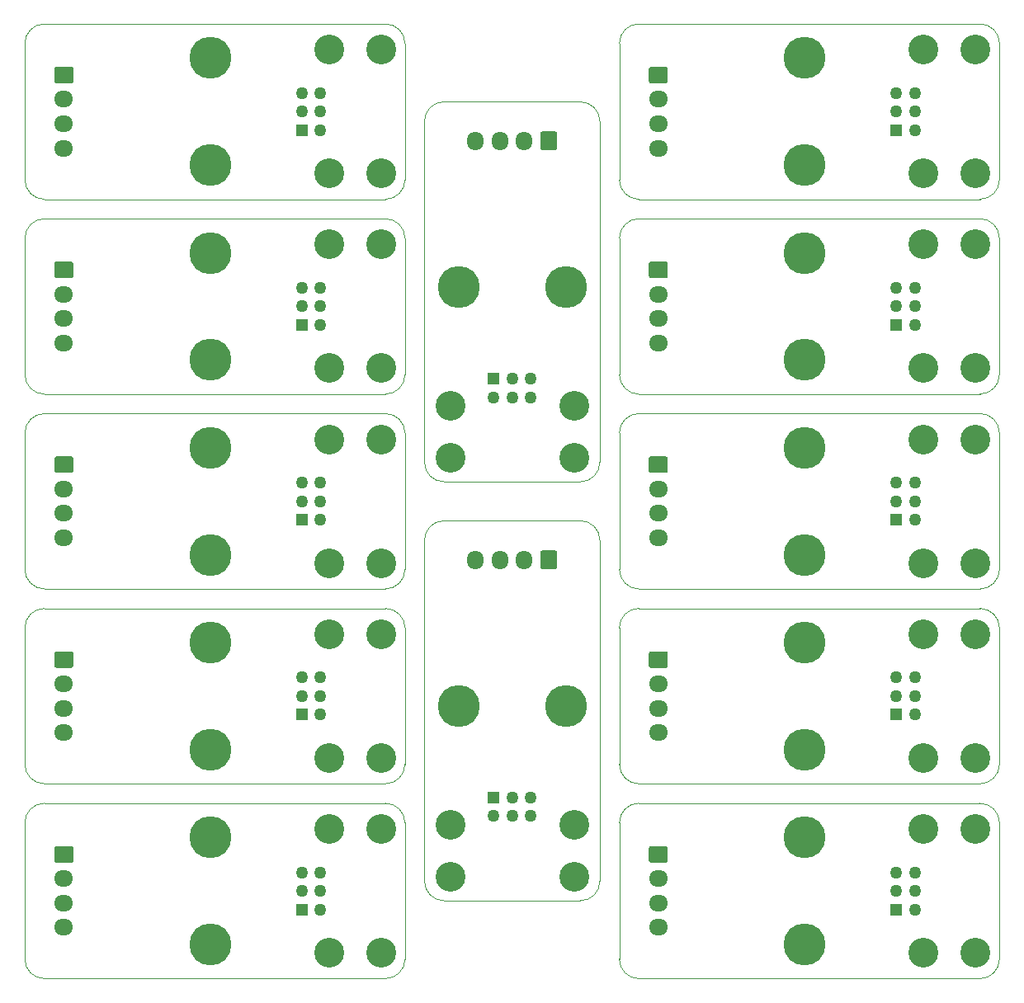
<source format=gbs>
%MOIN*%
%OFA0B0*%
%FSLAX46Y46*%
%IPPOS*%
%LPD*%
%ADD10C,0.0039370078740157488*%
%ADD11C,0.066929133858267723*%
%ADD12O,0.076771653543307089X0.066929133858267723*%
%ADD13C,0.16929133858267717*%
%ADD14R,0.05X0.05*%
%ADD15C,0.05*%
%ADD16C,0.12000000000000001*%
%ADD27C,0.0039370078740157488*%
%ADD28C,0.066929133858267723*%
%ADD29O,0.076771653543307089X0.066929133858267723*%
%ADD30C,0.16929133858267717*%
%ADD31R,0.05X0.05*%
%ADD32C,0.05*%
%ADD33C,0.12000000000000001*%
%ADD34C,0.0039370078740157488*%
%ADD35C,0.066929133858267723*%
%ADD36O,0.076771653543307089X0.066929133858267723*%
%ADD37C,0.16929133858267717*%
%ADD38R,0.05X0.05*%
%ADD39C,0.05*%
%ADD40C,0.12000000000000001*%
%ADD41C,0.0039370078740157488*%
%ADD42C,0.066929133858267723*%
%ADD43O,0.076771653543307089X0.066929133858267723*%
%ADD44C,0.16929133858267717*%
%ADD45R,0.05X0.05*%
%ADD46C,0.05*%
%ADD47C,0.12000000000000001*%
%ADD48C,0.0039370078740157488*%
%ADD49C,0.066929133858267723*%
%ADD50O,0.076771653543307089X0.066929133858267723*%
%ADD51C,0.16929133858267717*%
%ADD52R,0.05X0.05*%
%ADD53C,0.05*%
%ADD54C,0.12000000000000001*%
%ADD55C,0.0039370078740157488*%
%ADD56C,0.066929133858267723*%
%ADD57O,0.076771653543307089X0.066929133858267723*%
%ADD58C,0.16929133858267717*%
%ADD59R,0.05X0.05*%
%ADD60C,0.05*%
%ADD61C,0.12000000000000001*%
%ADD62C,0.0039370078740157488*%
%ADD63C,0.066929133858267723*%
%ADD64O,0.076771653543307089X0.066929133858267723*%
%ADD65C,0.16929133858267717*%
%ADD66R,0.05X0.05*%
%ADD67C,0.05*%
%ADD68C,0.12000000000000001*%
%ADD69C,0.0039370078740157488*%
%ADD70C,0.066929133858267723*%
%ADD71O,0.076771653543307089X0.066929133858267723*%
%ADD72C,0.16929133858267717*%
%ADD73R,0.05X0.05*%
%ADD74C,0.05*%
%ADD75C,0.12000000000000001*%
%ADD76C,0.0039370078740157488*%
%ADD77C,0.066929133858267723*%
%ADD78O,0.076771653543307089X0.066929133858267723*%
%ADD79C,0.16929133858267717*%
%ADD80R,0.05X0.05*%
%ADD81C,0.05*%
%ADD82C,0.12000000000000001*%
%ADD83C,0.0039370078740157488*%
%ADD84C,0.066929133858267723*%
%ADD85O,0.076771653543307089X0.066929133858267723*%
%ADD86C,0.16929133858267717*%
%ADD87R,0.05X0.05*%
%ADD88C,0.05*%
%ADD89C,0.12000000000000001*%
%ADD90C,0.0039370078740157488*%
%ADD91C,0.066929133858267723*%
%ADD92O,0.066929133858267723X0.076771653543307089*%
%ADD93C,0.16929133858267717*%
%ADD94R,0.05X0.05*%
%ADD95C,0.05*%
%ADD96C,0.12000000000000001*%
%ADD97C,0.0039370078740157488*%
%ADD98C,0.066929133858267723*%
%ADD99O,0.066929133858267723X0.076771653543307089*%
%ADD100C,0.16929133858267717*%
%ADD101R,0.05X0.05*%
%ADD102C,0.05*%
%ADD103C,0.12000000000000001*%
G01*
D10*
X0001456692Y0000708661D02*
G75*
G02X0001535433Y0000629921J-0000078740D01*
G01*
X0001535433Y0000078740D02*
G75*
G02X0001456692Y0000000000I-0000078740D01*
G01*
X0000078740Y0000000000D02*
G75*
G02X0000000000Y0000078740J0000078740D01*
G01*
X0000000000Y0000629921D02*
G75*
G02X0000078740Y0000708661I0000078740D01*
G01*
X0001535433Y0000078740D02*
X0001535433Y0000629921D01*
X0000078740Y0000000000D02*
X0001456692Y0000000000D01*
X0000000000Y0000629921D02*
X0000000000Y0000078740D01*
X0001456692Y0000708661D02*
X0000078740Y0000708661D01*
G36*
X0000186988Y0000535385D02*
X0000187943Y0000535243D01*
X0000188880Y0000535009D01*
X0000189790Y0000534683D01*
X0000190663Y0000534270D01*
X0000191491Y0000533774D01*
X0000192267Y0000533198D01*
X0000192983Y0000532550D01*
X0000193632Y0000531834D01*
X0000194207Y0000531058D01*
X0000194703Y0000530230D01*
X0000195116Y0000529357D01*
X0000195442Y0000528447D01*
X0000195677Y0000527510D01*
X0000195818Y0000526555D01*
X0000195866Y0000525590D01*
X0000195866Y0000478346D01*
X0000195818Y0000477381D01*
X0000195677Y0000476426D01*
X0000195442Y0000475489D01*
X0000195116Y0000474579D01*
X0000194703Y0000473706D01*
X0000194207Y0000472878D01*
X0000193632Y0000472102D01*
X0000192983Y0000471386D01*
X0000192267Y0000470738D01*
X0000191491Y0000470162D01*
X0000190663Y0000469666D01*
X0000189790Y0000469253D01*
X0000188880Y0000468927D01*
X0000187943Y0000468693D01*
X0000186988Y0000468551D01*
X0000186023Y0000468503D01*
X0000128937Y0000468503D01*
X0000127972Y0000468551D01*
X0000127016Y0000468693D01*
X0000126079Y0000468927D01*
X0000125170Y0000469253D01*
X0000124297Y0000469666D01*
X0000123468Y0000470162D01*
X0000122692Y0000470738D01*
X0000121977Y0000471386D01*
X0000121328Y0000472102D01*
X0000120753Y0000472878D01*
X0000120256Y0000473706D01*
X0000119843Y0000474579D01*
X0000119518Y0000475489D01*
X0000119283Y0000476426D01*
X0000119141Y0000477381D01*
X0000119094Y0000478346D01*
X0000119094Y0000525590D01*
X0000119141Y0000526555D01*
X0000119283Y0000527510D01*
X0000119518Y0000528447D01*
X0000119843Y0000529357D01*
X0000120256Y0000530230D01*
X0000120753Y0000531058D01*
X0000121328Y0000531834D01*
X0000121977Y0000532550D01*
X0000122692Y0000533198D01*
X0000123468Y0000533774D01*
X0000124297Y0000534270D01*
X0000125170Y0000534683D01*
X0000126079Y0000535009D01*
X0000127016Y0000535243D01*
X0000127972Y0000535385D01*
X0000128937Y0000535433D01*
X0000186023Y0000535433D01*
X0000186988Y0000535385D01*
X0000186988Y0000535385D01*
G37*
D11*
X0000157480Y0000501968D03*
D12*
X0000157480Y0000403543D03*
X0000157480Y0000305118D03*
X0000157480Y0000206692D03*
D13*
X0000748031Y0000137795D03*
X0000748031Y0000570866D03*
D14*
X0001118582Y0000279330D03*
D15*
X0001193582Y0000279330D03*
X0001118582Y0000354330D03*
X0001193582Y0000354330D03*
X0001118582Y0000429330D03*
X0001193582Y0000429330D03*
D16*
X0001228582Y0000104330D03*
X0001438582Y0000604330D03*
X0001438582Y0000104330D03*
X0001228582Y0000604330D03*
G04 next file*
G04 #@! TF.GenerationSoftware,KiCad,Pcbnew,(6.0.0-rc1-dev-1-g01c5bdfb8)*
G04 #@! TF.CreationDate,2019-01-03T14:47:18+01:00*
G04 #@! TF.ProjectId,nunchuk_breakout,6E756E6368756B5F627265616B6F7574,rev?*
G04 #@! TF.SameCoordinates,Original*
G04 #@! TF.FileFunction,Soldermask,Bot*
G04 #@! TF.FilePolarity,Negative*
G04 Gerber Fmt 4.6, Leading zero omitted, Abs format (unit mm)*
G04 Created by KiCad (PCBNEW (6.0.0-rc1-dev-1-g01c5bdfb8)) date Thu Jan  3 14:47:18 2019*
G01*
G04 APERTURE LIST*
G04 APERTURE END LIST*
D27*
X0003858267Y0001496062D02*
G75*
G02X0003937007Y0001417322J-0000078740D01*
G01*
X0003937007Y0000866141D02*
G75*
G02X0003858267Y0000787401I-0000078740D01*
G01*
X0002480314Y0000787401D02*
G75*
G02X0002401574Y0000866141J0000078740D01*
G01*
X0002401574Y0001417322D02*
G75*
G02X0002480314Y0001496062I0000078740D01*
G01*
X0003937007Y0000866141D02*
X0003937007Y0001417322D01*
X0002480314Y0000787401D02*
X0003858267Y0000787401D01*
X0002401574Y0001417322D02*
X0002401574Y0000866141D01*
X0003858267Y0001496062D02*
X0002480314Y0001496062D01*
G04 #@! TO.C,J1*
G36*
X0002588563Y0001322787D02*
X0002589518Y0001322645D01*
X0002590455Y0001322410D01*
X0002591365Y0001322085D01*
X0002592238Y0001321672D01*
X0002593066Y0001321175D01*
X0002593842Y0001320600D01*
X0002594558Y0001319951D01*
X0002595206Y0001319236D01*
X0002595782Y0001318460D01*
X0002596278Y0001317631D01*
X0002596691Y0001316758D01*
X0002597017Y0001315849D01*
X0002597251Y0001314912D01*
X0002597393Y0001313956D01*
X0002597440Y0001312992D01*
X0002597440Y0001265748D01*
X0002597393Y0001264783D01*
X0002597251Y0001263827D01*
X0002597017Y0001262890D01*
X0002596691Y0001261981D01*
X0002596278Y0001261108D01*
X0002595782Y0001260279D01*
X0002595206Y0001259503D01*
X0002594558Y0001258788D01*
X0002593842Y0001258139D01*
X0002593066Y0001257564D01*
X0002592238Y0001257067D01*
X0002591365Y0001256654D01*
X0002590455Y0001256329D01*
X0002589518Y0001256094D01*
X0002588563Y0001255952D01*
X0002587598Y0001255905D01*
X0002530511Y0001255905D01*
X0002529547Y0001255952D01*
X0002528591Y0001256094D01*
X0002527654Y0001256329D01*
X0002526745Y0001256654D01*
X0002525872Y0001257067D01*
X0002525043Y0001257564D01*
X0002524267Y0001258139D01*
X0002523552Y0001258788D01*
X0002522903Y0001259503D01*
X0002522328Y0001260279D01*
X0002521831Y0001261108D01*
X0002521418Y0001261981D01*
X0002521093Y0001262890D01*
X0002520858Y0001263827D01*
X0002520716Y0001264783D01*
X0002520669Y0001265748D01*
X0002520669Y0001312992D01*
X0002520716Y0001313956D01*
X0002520858Y0001314912D01*
X0002521093Y0001315849D01*
X0002521418Y0001316758D01*
X0002521831Y0001317631D01*
X0002522328Y0001318460D01*
X0002522903Y0001319236D01*
X0002523552Y0001319951D01*
X0002524267Y0001320600D01*
X0002525043Y0001321175D01*
X0002525872Y0001321672D01*
X0002526745Y0001322085D01*
X0002527654Y0001322410D01*
X0002528591Y0001322645D01*
X0002529547Y0001322787D01*
X0002530511Y0001322834D01*
X0002587598Y0001322834D01*
X0002588563Y0001322787D01*
X0002588563Y0001322787D01*
G37*
D28*
X0002559055Y0001289370D03*
D29*
X0002559055Y0001190944D03*
X0002559055Y0001092519D03*
X0002559055Y0000994094D03*
G04 #@! TD*
D30*
G04 #@! TO.C,H2*
X0003149606Y0000925196D03*
G04 #@! TD*
G04 #@! TO.C,H1*
X0003149606Y0001358267D03*
G04 #@! TD*
D31*
G04 #@! TO.C,P1*
X0003520157Y0001066732D03*
D32*
X0003595157Y0001066732D03*
X0003520157Y0001141732D03*
X0003595157Y0001141732D03*
X0003520157Y0001216732D03*
X0003595157Y0001216732D03*
D33*
X0003630157Y0000891732D03*
X0003840157Y0001391732D03*
X0003840157Y0000891732D03*
X0003630157Y0001391732D03*
G04 #@! TD*
G04 next file*
G04 #@! TF.GenerationSoftware,KiCad,Pcbnew,(6.0.0-rc1-dev-1-g01c5bdfb8)*
G04 #@! TF.CreationDate,2019-01-03T14:47:18+01:00*
G04 #@! TF.ProjectId,nunchuk_breakout,6E756E6368756B5F627265616B6F7574,rev?*
G04 #@! TF.SameCoordinates,Original*
G04 #@! TF.FileFunction,Soldermask,Bot*
G04 #@! TF.FilePolarity,Negative*
G04 Gerber Fmt 4.6, Leading zero omitted, Abs format (unit mm)*
G04 Created by KiCad (PCBNEW (6.0.0-rc1-dev-1-g01c5bdfb8)) date Thu Jan  3 14:47:18 2019*
G01*
G04 APERTURE LIST*
G04 APERTURE END LIST*
D34*
X0003858267Y0002283464D02*
G75*
G02X0003937007Y0002204724J-0000078740D01*
G01*
X0003937007Y0001653543D02*
G75*
G02X0003858267Y0001574803I-0000078740D01*
G01*
X0002480314Y0001574803D02*
G75*
G02X0002401574Y0001653543J0000078740D01*
G01*
X0002401574Y0002204724D02*
G75*
G02X0002480314Y0002283464I0000078740D01*
G01*
X0003937007Y0001653543D02*
X0003937007Y0002204724D01*
X0002480314Y0001574803D02*
X0003858267Y0001574803D01*
X0002401574Y0002204724D02*
X0002401574Y0001653543D01*
X0003858267Y0002283464D02*
X0002480314Y0002283464D01*
G04 #@! TO.C,J1*
G36*
X0002588563Y0002110188D02*
X0002589518Y0002110047D01*
X0002590455Y0002109812D01*
X0002591365Y0002109486D01*
X0002592238Y0002109074D01*
X0002593066Y0002108577D01*
X0002593842Y0002108002D01*
X0002594558Y0002107353D01*
X0002595206Y0002106637D01*
X0002595782Y0002105861D01*
X0002596278Y0002105033D01*
X0002596691Y0002104160D01*
X0002597017Y0002103250D01*
X0002597251Y0002102313D01*
X0002597393Y0002101358D01*
X0002597440Y0002100393D01*
X0002597440Y0002053149D01*
X0002597393Y0002052184D01*
X0002597251Y0002051229D01*
X0002597017Y0002050292D01*
X0002596691Y0002049382D01*
X0002596278Y0002048509D01*
X0002595782Y0002047681D01*
X0002595206Y0002046905D01*
X0002594558Y0002046189D01*
X0002593842Y0002045541D01*
X0002593066Y0002044965D01*
X0002592238Y0002044469D01*
X0002591365Y0002044056D01*
X0002590455Y0002043730D01*
X0002589518Y0002043496D01*
X0002588563Y0002043354D01*
X0002587598Y0002043307D01*
X0002530511Y0002043307D01*
X0002529547Y0002043354D01*
X0002528591Y0002043496D01*
X0002527654Y0002043730D01*
X0002526745Y0002044056D01*
X0002525872Y0002044469D01*
X0002525043Y0002044965D01*
X0002524267Y0002045541D01*
X0002523552Y0002046189D01*
X0002522903Y0002046905D01*
X0002522328Y0002047681D01*
X0002521831Y0002048509D01*
X0002521418Y0002049382D01*
X0002521093Y0002050292D01*
X0002520858Y0002051229D01*
X0002520716Y0002052184D01*
X0002520669Y0002053149D01*
X0002520669Y0002100393D01*
X0002520716Y0002101358D01*
X0002520858Y0002102313D01*
X0002521093Y0002103250D01*
X0002521418Y0002104160D01*
X0002521831Y0002105033D01*
X0002522328Y0002105861D01*
X0002522903Y0002106637D01*
X0002523552Y0002107353D01*
X0002524267Y0002108002D01*
X0002525043Y0002108577D01*
X0002525872Y0002109074D01*
X0002526745Y0002109486D01*
X0002527654Y0002109812D01*
X0002528591Y0002110047D01*
X0002529547Y0002110188D01*
X0002530511Y0002110236D01*
X0002587598Y0002110236D01*
X0002588563Y0002110188D01*
X0002588563Y0002110188D01*
G37*
D35*
X0002559055Y0002076771D03*
D36*
X0002559055Y0001978346D03*
X0002559055Y0001879921D03*
X0002559055Y0001781496D03*
G04 #@! TD*
D37*
G04 #@! TO.C,H2*
X0003149606Y0001712598D03*
G04 #@! TD*
G04 #@! TO.C,H1*
X0003149606Y0002145669D03*
G04 #@! TD*
D38*
G04 #@! TO.C,P1*
X0003520157Y0001854133D03*
D39*
X0003595157Y0001854133D03*
X0003520157Y0001929133D03*
X0003595157Y0001929133D03*
X0003520157Y0002004133D03*
X0003595157Y0002004133D03*
D40*
X0003630157Y0001679133D03*
X0003840157Y0002179133D03*
X0003840157Y0001679133D03*
X0003630157Y0002179133D03*
G04 #@! TD*
G04 next file*
G04 #@! TF.GenerationSoftware,KiCad,Pcbnew,(6.0.0-rc1-dev-1-g01c5bdfb8)*
G04 #@! TF.CreationDate,2019-01-03T14:47:18+01:00*
G04 #@! TF.ProjectId,nunchuk_breakout,6E756E6368756B5F627265616B6F7574,rev?*
G04 #@! TF.SameCoordinates,Original*
G04 #@! TF.FileFunction,Soldermask,Bot*
G04 #@! TF.FilePolarity,Negative*
G04 Gerber Fmt 4.6, Leading zero omitted, Abs format (unit mm)*
G04 Created by KiCad (PCBNEW (6.0.0-rc1-dev-1-g01c5bdfb8)) date Thu Jan  3 14:47:18 2019*
G01*
G04 APERTURE LIST*
G04 APERTURE END LIST*
D41*
X0001456692Y0001496062D02*
G75*
G02X0001535433Y0001417322J-0000078740D01*
G01*
X0001535433Y0000866141D02*
G75*
G02X0001456692Y0000787401I-0000078740D01*
G01*
X0000078740Y0000787401D02*
G75*
G02X0000000000Y0000866141J0000078740D01*
G01*
X0000000000Y0001417322D02*
G75*
G02X0000078740Y0001496062I0000078740D01*
G01*
X0001535433Y0000866141D02*
X0001535433Y0001417322D01*
X0000078740Y0000787401D02*
X0001456692Y0000787401D01*
X0000000000Y0001417322D02*
X0000000000Y0000866141D01*
X0001456692Y0001496062D02*
X0000078740Y0001496062D01*
G04 #@! TO.C,J1*
G36*
X0000186988Y0001322787D02*
X0000187943Y0001322645D01*
X0000188880Y0001322410D01*
X0000189790Y0001322085D01*
X0000190663Y0001321672D01*
X0000191491Y0001321175D01*
X0000192267Y0001320600D01*
X0000192983Y0001319951D01*
X0000193632Y0001319236D01*
X0000194207Y0001318460D01*
X0000194703Y0001317631D01*
X0000195116Y0001316758D01*
X0000195442Y0001315849D01*
X0000195677Y0001314912D01*
X0000195818Y0001313956D01*
X0000195866Y0001312992D01*
X0000195866Y0001265748D01*
X0000195818Y0001264783D01*
X0000195677Y0001263827D01*
X0000195442Y0001262890D01*
X0000195116Y0001261981D01*
X0000194703Y0001261108D01*
X0000194207Y0001260279D01*
X0000193632Y0001259503D01*
X0000192983Y0001258788D01*
X0000192267Y0001258139D01*
X0000191491Y0001257564D01*
X0000190663Y0001257067D01*
X0000189790Y0001256654D01*
X0000188880Y0001256329D01*
X0000187943Y0001256094D01*
X0000186988Y0001255952D01*
X0000186023Y0001255905D01*
X0000128937Y0001255905D01*
X0000127972Y0001255952D01*
X0000127016Y0001256094D01*
X0000126079Y0001256329D01*
X0000125170Y0001256654D01*
X0000124297Y0001257067D01*
X0000123468Y0001257564D01*
X0000122692Y0001258139D01*
X0000121977Y0001258788D01*
X0000121328Y0001259503D01*
X0000120753Y0001260279D01*
X0000120256Y0001261108D01*
X0000119843Y0001261981D01*
X0000119518Y0001262890D01*
X0000119283Y0001263827D01*
X0000119141Y0001264783D01*
X0000119094Y0001265748D01*
X0000119094Y0001312992D01*
X0000119141Y0001313956D01*
X0000119283Y0001314912D01*
X0000119518Y0001315849D01*
X0000119843Y0001316758D01*
X0000120256Y0001317631D01*
X0000120753Y0001318460D01*
X0000121328Y0001319236D01*
X0000121977Y0001319951D01*
X0000122692Y0001320600D01*
X0000123468Y0001321175D01*
X0000124297Y0001321672D01*
X0000125170Y0001322085D01*
X0000126079Y0001322410D01*
X0000127016Y0001322645D01*
X0000127972Y0001322787D01*
X0000128937Y0001322834D01*
X0000186023Y0001322834D01*
X0000186988Y0001322787D01*
X0000186988Y0001322787D01*
G37*
D42*
X0000157480Y0001289370D03*
D43*
X0000157480Y0001190944D03*
X0000157480Y0001092519D03*
X0000157480Y0000994094D03*
G04 #@! TD*
D44*
G04 #@! TO.C,H2*
X0000748031Y0000925196D03*
G04 #@! TD*
G04 #@! TO.C,H1*
X0000748031Y0001358267D03*
G04 #@! TD*
D45*
G04 #@! TO.C,P1*
X0001118582Y0001066732D03*
D46*
X0001193582Y0001066732D03*
X0001118582Y0001141732D03*
X0001193582Y0001141732D03*
X0001118582Y0001216732D03*
X0001193582Y0001216732D03*
D47*
X0001228582Y0000891732D03*
X0001438582Y0001391732D03*
X0001438582Y0000891732D03*
X0001228582Y0001391732D03*
G04 #@! TD*
G04 next file*
G04 #@! TF.GenerationSoftware,KiCad,Pcbnew,(6.0.0-rc1-dev-1-g01c5bdfb8)*
G04 #@! TF.CreationDate,2019-01-03T14:47:18+01:00*
G04 #@! TF.ProjectId,nunchuk_breakout,6E756E6368756B5F627265616B6F7574,rev?*
G04 #@! TF.SameCoordinates,Original*
G04 #@! TF.FileFunction,Soldermask,Bot*
G04 #@! TF.FilePolarity,Negative*
G04 Gerber Fmt 4.6, Leading zero omitted, Abs format (unit mm)*
G04 Created by KiCad (PCBNEW (6.0.0-rc1-dev-1-g01c5bdfb8)) date Thu Jan  3 14:47:18 2019*
G01*
G04 APERTURE LIST*
G04 APERTURE END LIST*
D48*
X0001456692Y0002283464D02*
G75*
G02X0001535433Y0002204724J-0000078740D01*
G01*
X0001535433Y0001653543D02*
G75*
G02X0001456692Y0001574803I-0000078740D01*
G01*
X0000078740Y0001574803D02*
G75*
G02X0000000000Y0001653543J0000078740D01*
G01*
X0000000000Y0002204724D02*
G75*
G02X0000078740Y0002283464I0000078740D01*
G01*
X0001535433Y0001653543D02*
X0001535433Y0002204724D01*
X0000078740Y0001574803D02*
X0001456692Y0001574803D01*
X0000000000Y0002204724D02*
X0000000000Y0001653543D01*
X0001456692Y0002283464D02*
X0000078740Y0002283464D01*
G04 #@! TO.C,J1*
G36*
X0000186988Y0002110188D02*
X0000187943Y0002110047D01*
X0000188880Y0002109812D01*
X0000189790Y0002109486D01*
X0000190663Y0002109074D01*
X0000191491Y0002108577D01*
X0000192267Y0002108002D01*
X0000192983Y0002107353D01*
X0000193632Y0002106637D01*
X0000194207Y0002105861D01*
X0000194703Y0002105033D01*
X0000195116Y0002104160D01*
X0000195442Y0002103250D01*
X0000195677Y0002102313D01*
X0000195818Y0002101358D01*
X0000195866Y0002100393D01*
X0000195866Y0002053149D01*
X0000195818Y0002052184D01*
X0000195677Y0002051229D01*
X0000195442Y0002050292D01*
X0000195116Y0002049382D01*
X0000194703Y0002048509D01*
X0000194207Y0002047681D01*
X0000193632Y0002046905D01*
X0000192983Y0002046189D01*
X0000192267Y0002045541D01*
X0000191491Y0002044965D01*
X0000190663Y0002044469D01*
X0000189790Y0002044056D01*
X0000188880Y0002043730D01*
X0000187943Y0002043496D01*
X0000186988Y0002043354D01*
X0000186023Y0002043307D01*
X0000128937Y0002043307D01*
X0000127972Y0002043354D01*
X0000127016Y0002043496D01*
X0000126079Y0002043730D01*
X0000125170Y0002044056D01*
X0000124297Y0002044469D01*
X0000123468Y0002044965D01*
X0000122692Y0002045541D01*
X0000121977Y0002046189D01*
X0000121328Y0002046905D01*
X0000120753Y0002047681D01*
X0000120256Y0002048509D01*
X0000119843Y0002049382D01*
X0000119518Y0002050292D01*
X0000119283Y0002051229D01*
X0000119141Y0002052184D01*
X0000119094Y0002053149D01*
X0000119094Y0002100393D01*
X0000119141Y0002101358D01*
X0000119283Y0002102313D01*
X0000119518Y0002103250D01*
X0000119843Y0002104160D01*
X0000120256Y0002105033D01*
X0000120753Y0002105861D01*
X0000121328Y0002106637D01*
X0000121977Y0002107353D01*
X0000122692Y0002108002D01*
X0000123468Y0002108577D01*
X0000124297Y0002109074D01*
X0000125170Y0002109486D01*
X0000126079Y0002109812D01*
X0000127016Y0002110047D01*
X0000127972Y0002110188D01*
X0000128937Y0002110236D01*
X0000186023Y0002110236D01*
X0000186988Y0002110188D01*
X0000186988Y0002110188D01*
G37*
D49*
X0000157480Y0002076771D03*
D50*
X0000157480Y0001978346D03*
X0000157480Y0001879921D03*
X0000157480Y0001781496D03*
G04 #@! TD*
D51*
G04 #@! TO.C,H2*
X0000748031Y0001712598D03*
G04 #@! TD*
G04 #@! TO.C,H1*
X0000748031Y0002145669D03*
G04 #@! TD*
D52*
G04 #@! TO.C,P1*
X0001118582Y0001854133D03*
D53*
X0001193582Y0001854133D03*
X0001118582Y0001929133D03*
X0001193582Y0001929133D03*
X0001118582Y0002004133D03*
X0001193582Y0002004133D03*
D54*
X0001228582Y0001679133D03*
X0001438582Y0002179133D03*
X0001438582Y0001679133D03*
X0001228582Y0002179133D03*
G04 #@! TD*
G04 next file*
G04 #@! TF.GenerationSoftware,KiCad,Pcbnew,(6.0.0-rc1-dev-1-g01c5bdfb8)*
G04 #@! TF.CreationDate,2019-01-03T14:47:18+01:00*
G04 #@! TF.ProjectId,nunchuk_breakout,6E756E6368756B5F627265616B6F7574,rev?*
G04 #@! TF.SameCoordinates,Original*
G04 #@! TF.FileFunction,Soldermask,Bot*
G04 #@! TF.FilePolarity,Negative*
G04 Gerber Fmt 4.6, Leading zero omitted, Abs format (unit mm)*
G04 Created by KiCad (PCBNEW (6.0.0-rc1-dev-1-g01c5bdfb8)) date Thu Jan  3 14:47:18 2019*
G01*
G04 APERTURE LIST*
G04 APERTURE END LIST*
D55*
X0003858267Y0000708661D02*
G75*
G02X0003937007Y0000629921J-0000078740D01*
G01*
X0003937007Y0000078740D02*
G75*
G02X0003858267Y0000000000I-0000078740D01*
G01*
X0002480314Y0000000000D02*
G75*
G02X0002401574Y0000078740J0000078740D01*
G01*
X0002401574Y0000629921D02*
G75*
G02X0002480314Y0000708661I0000078740D01*
G01*
X0003937007Y0000078740D02*
X0003937007Y0000629921D01*
X0002480314Y0000000000D02*
X0003858267Y0000000000D01*
X0002401574Y0000629921D02*
X0002401574Y0000078740D01*
X0003858267Y0000708661D02*
X0002480314Y0000708661D01*
G04 #@! TO.C,J1*
G36*
X0002588563Y0000535385D02*
X0002589518Y0000535243D01*
X0002590455Y0000535009D01*
X0002591365Y0000534683D01*
X0002592238Y0000534270D01*
X0002593066Y0000533774D01*
X0002593842Y0000533198D01*
X0002594558Y0000532550D01*
X0002595206Y0000531834D01*
X0002595782Y0000531058D01*
X0002596278Y0000530230D01*
X0002596691Y0000529357D01*
X0002597017Y0000528447D01*
X0002597251Y0000527510D01*
X0002597393Y0000526555D01*
X0002597440Y0000525590D01*
X0002597440Y0000478346D01*
X0002597393Y0000477381D01*
X0002597251Y0000476426D01*
X0002597017Y0000475489D01*
X0002596691Y0000474579D01*
X0002596278Y0000473706D01*
X0002595782Y0000472878D01*
X0002595206Y0000472102D01*
X0002594558Y0000471386D01*
X0002593842Y0000470738D01*
X0002593066Y0000470162D01*
X0002592238Y0000469666D01*
X0002591365Y0000469253D01*
X0002590455Y0000468927D01*
X0002589518Y0000468693D01*
X0002588563Y0000468551D01*
X0002587598Y0000468503D01*
X0002530511Y0000468503D01*
X0002529547Y0000468551D01*
X0002528591Y0000468693D01*
X0002527654Y0000468927D01*
X0002526745Y0000469253D01*
X0002525872Y0000469666D01*
X0002525043Y0000470162D01*
X0002524267Y0000470738D01*
X0002523552Y0000471386D01*
X0002522903Y0000472102D01*
X0002522328Y0000472878D01*
X0002521831Y0000473706D01*
X0002521418Y0000474579D01*
X0002521093Y0000475489D01*
X0002520858Y0000476426D01*
X0002520716Y0000477381D01*
X0002520669Y0000478346D01*
X0002520669Y0000525590D01*
X0002520716Y0000526555D01*
X0002520858Y0000527510D01*
X0002521093Y0000528447D01*
X0002521418Y0000529357D01*
X0002521831Y0000530230D01*
X0002522328Y0000531058D01*
X0002522903Y0000531834D01*
X0002523552Y0000532550D01*
X0002524267Y0000533198D01*
X0002525043Y0000533774D01*
X0002525872Y0000534270D01*
X0002526745Y0000534683D01*
X0002527654Y0000535009D01*
X0002528591Y0000535243D01*
X0002529547Y0000535385D01*
X0002530511Y0000535433D01*
X0002587598Y0000535433D01*
X0002588563Y0000535385D01*
X0002588563Y0000535385D01*
G37*
D56*
X0002559055Y0000501968D03*
D57*
X0002559055Y0000403543D03*
X0002559055Y0000305118D03*
X0002559055Y0000206692D03*
G04 #@! TD*
D58*
G04 #@! TO.C,H2*
X0003149606Y0000137795D03*
G04 #@! TD*
G04 #@! TO.C,H1*
X0003149606Y0000570866D03*
G04 #@! TD*
D59*
G04 #@! TO.C,P1*
X0003520157Y0000279330D03*
D60*
X0003595157Y0000279330D03*
X0003520157Y0000354330D03*
X0003595157Y0000354330D03*
X0003520157Y0000429330D03*
X0003595157Y0000429330D03*
D61*
X0003630157Y0000104330D03*
X0003840157Y0000604330D03*
X0003840157Y0000104330D03*
X0003630157Y0000604330D03*
G04 #@! TD*
G04 next file*
G04 #@! TF.GenerationSoftware,KiCad,Pcbnew,(6.0.0-rc1-dev-1-g01c5bdfb8)*
G04 #@! TF.CreationDate,2019-01-03T14:47:18+01:00*
G04 #@! TF.ProjectId,nunchuk_breakout,6E756E6368756B5F627265616B6F7574,rev?*
G04 #@! TF.SameCoordinates,Original*
G04 #@! TF.FileFunction,Soldermask,Bot*
G04 #@! TF.FilePolarity,Negative*
G04 Gerber Fmt 4.6, Leading zero omitted, Abs format (unit mm)*
G04 Created by KiCad (PCBNEW (6.0.0-rc1-dev-1-g01c5bdfb8)) date Thu Jan  3 14:47:18 2019*
G01*
G04 APERTURE LIST*
G04 APERTURE END LIST*
D62*
X0001456692Y0003070866D02*
G75*
G02X0001535433Y0002992125J-0000078740D01*
G01*
X0001535433Y0002440944D02*
G75*
G02X0001456692Y0002362204I-0000078740D01*
G01*
X0000078740Y0002362204D02*
G75*
G02X0000000000Y0002440944J0000078740D01*
G01*
X0000000000Y0002992125D02*
G75*
G02X0000078740Y0003070866I0000078740D01*
G01*
X0001535433Y0002440944D02*
X0001535433Y0002992125D01*
X0000078740Y0002362204D02*
X0001456692Y0002362204D01*
X0000000000Y0002992125D02*
X0000000000Y0002440944D01*
X0001456692Y0003070866D02*
X0000078740Y0003070866D01*
G04 #@! TO.C,J1*
G36*
X0000186988Y0002897590D02*
X0000187943Y0002897448D01*
X0000188880Y0002897213D01*
X0000189790Y0002896888D01*
X0000190663Y0002896475D01*
X0000191491Y0002895979D01*
X0000192267Y0002895403D01*
X0000192983Y0002894755D01*
X0000193632Y0002894039D01*
X0000194207Y0002893263D01*
X0000194703Y0002892435D01*
X0000195116Y0002891561D01*
X0000195442Y0002890652D01*
X0000195677Y0002889715D01*
X0000195818Y0002888760D01*
X0000195866Y0002887795D01*
X0000195866Y0002840551D01*
X0000195818Y0002839586D01*
X0000195677Y0002838630D01*
X0000195442Y0002837694D01*
X0000195116Y0002836784D01*
X0000194703Y0002835911D01*
X0000194207Y0002835082D01*
X0000193632Y0002834307D01*
X0000192983Y0002833591D01*
X0000192267Y0002832942D01*
X0000191491Y0002832367D01*
X0000190663Y0002831870D01*
X0000189790Y0002831457D01*
X0000188880Y0002831132D01*
X0000187943Y0002830897D01*
X0000186988Y0002830756D01*
X0000186023Y0002830708D01*
X0000128937Y0002830708D01*
X0000127972Y0002830756D01*
X0000127016Y0002830897D01*
X0000126079Y0002831132D01*
X0000125170Y0002831457D01*
X0000124297Y0002831870D01*
X0000123468Y0002832367D01*
X0000122692Y0002832942D01*
X0000121977Y0002833591D01*
X0000121328Y0002834307D01*
X0000120753Y0002835082D01*
X0000120256Y0002835911D01*
X0000119843Y0002836784D01*
X0000119518Y0002837694D01*
X0000119283Y0002838630D01*
X0000119141Y0002839586D01*
X0000119094Y0002840551D01*
X0000119094Y0002887795D01*
X0000119141Y0002888760D01*
X0000119283Y0002889715D01*
X0000119518Y0002890652D01*
X0000119843Y0002891561D01*
X0000120256Y0002892435D01*
X0000120753Y0002893263D01*
X0000121328Y0002894039D01*
X0000121977Y0002894755D01*
X0000122692Y0002895403D01*
X0000123468Y0002895979D01*
X0000124297Y0002896475D01*
X0000125170Y0002896888D01*
X0000126079Y0002897213D01*
X0000127016Y0002897448D01*
X0000127972Y0002897590D01*
X0000128937Y0002897637D01*
X0000186023Y0002897637D01*
X0000186988Y0002897590D01*
X0000186988Y0002897590D01*
G37*
D63*
X0000157480Y0002864173D03*
D64*
X0000157480Y0002765748D03*
X0000157480Y0002667322D03*
X0000157480Y0002568897D03*
G04 #@! TD*
D65*
G04 #@! TO.C,H2*
X0000748031Y0002500000D03*
G04 #@! TD*
G04 #@! TO.C,H1*
X0000748031Y0002933070D03*
G04 #@! TD*
D66*
G04 #@! TO.C,P1*
X0001118582Y0002641535D03*
D67*
X0001193582Y0002641535D03*
X0001118582Y0002716535D03*
X0001193582Y0002716535D03*
X0001118582Y0002791535D03*
X0001193582Y0002791535D03*
D68*
X0001228582Y0002466535D03*
X0001438582Y0002966535D03*
X0001438582Y0002466535D03*
X0001228582Y0002966535D03*
G04 #@! TD*
G04 next file*
G04 #@! TF.GenerationSoftware,KiCad,Pcbnew,(6.0.0-rc1-dev-1-g01c5bdfb8)*
G04 #@! TF.CreationDate,2019-01-03T14:47:18+01:00*
G04 #@! TF.ProjectId,nunchuk_breakout,6E756E6368756B5F627265616B6F7574,rev?*
G04 #@! TF.SameCoordinates,Original*
G04 #@! TF.FileFunction,Soldermask,Bot*
G04 #@! TF.FilePolarity,Negative*
G04 Gerber Fmt 4.6, Leading zero omitted, Abs format (unit mm)*
G04 Created by KiCad (PCBNEW (6.0.0-rc1-dev-1-g01c5bdfb8)) date Thu Jan  3 14:47:18 2019*
G01*
G04 APERTURE LIST*
G04 APERTURE END LIST*
D69*
X0003858267Y0003070866D02*
G75*
G02X0003937007Y0002992125J-0000078740D01*
G01*
X0003937007Y0002440944D02*
G75*
G02X0003858267Y0002362204I-0000078740D01*
G01*
X0002480314Y0002362204D02*
G75*
G02X0002401574Y0002440944J0000078740D01*
G01*
X0002401574Y0002992125D02*
G75*
G02X0002480314Y0003070866I0000078740D01*
G01*
X0003937007Y0002440944D02*
X0003937007Y0002992125D01*
X0002480314Y0002362204D02*
X0003858267Y0002362204D01*
X0002401574Y0002992125D02*
X0002401574Y0002440944D01*
X0003858267Y0003070866D02*
X0002480314Y0003070866D01*
G04 #@! TO.C,J1*
G36*
X0002588563Y0002897590D02*
X0002589518Y0002897448D01*
X0002590455Y0002897213D01*
X0002591365Y0002896888D01*
X0002592238Y0002896475D01*
X0002593066Y0002895979D01*
X0002593842Y0002895403D01*
X0002594558Y0002894755D01*
X0002595206Y0002894039D01*
X0002595782Y0002893263D01*
X0002596278Y0002892435D01*
X0002596691Y0002891561D01*
X0002597017Y0002890652D01*
X0002597251Y0002889715D01*
X0002597393Y0002888760D01*
X0002597440Y0002887795D01*
X0002597440Y0002840551D01*
X0002597393Y0002839586D01*
X0002597251Y0002838630D01*
X0002597017Y0002837694D01*
X0002596691Y0002836784D01*
X0002596278Y0002835911D01*
X0002595782Y0002835082D01*
X0002595206Y0002834307D01*
X0002594558Y0002833591D01*
X0002593842Y0002832942D01*
X0002593066Y0002832367D01*
X0002592238Y0002831870D01*
X0002591365Y0002831457D01*
X0002590455Y0002831132D01*
X0002589518Y0002830897D01*
X0002588563Y0002830756D01*
X0002587598Y0002830708D01*
X0002530511Y0002830708D01*
X0002529547Y0002830756D01*
X0002528591Y0002830897D01*
X0002527654Y0002831132D01*
X0002526745Y0002831457D01*
X0002525872Y0002831870D01*
X0002525043Y0002832367D01*
X0002524267Y0002832942D01*
X0002523552Y0002833591D01*
X0002522903Y0002834307D01*
X0002522328Y0002835082D01*
X0002521831Y0002835911D01*
X0002521418Y0002836784D01*
X0002521093Y0002837694D01*
X0002520858Y0002838630D01*
X0002520716Y0002839586D01*
X0002520669Y0002840551D01*
X0002520669Y0002887795D01*
X0002520716Y0002888760D01*
X0002520858Y0002889715D01*
X0002521093Y0002890652D01*
X0002521418Y0002891561D01*
X0002521831Y0002892435D01*
X0002522328Y0002893263D01*
X0002522903Y0002894039D01*
X0002523552Y0002894755D01*
X0002524267Y0002895403D01*
X0002525043Y0002895979D01*
X0002525872Y0002896475D01*
X0002526745Y0002896888D01*
X0002527654Y0002897213D01*
X0002528591Y0002897448D01*
X0002529547Y0002897590D01*
X0002530511Y0002897637D01*
X0002587598Y0002897637D01*
X0002588563Y0002897590D01*
X0002588563Y0002897590D01*
G37*
D70*
X0002559055Y0002864173D03*
D71*
X0002559055Y0002765748D03*
X0002559055Y0002667322D03*
X0002559055Y0002568897D03*
G04 #@! TD*
D72*
G04 #@! TO.C,H2*
X0003149606Y0002500000D03*
G04 #@! TD*
G04 #@! TO.C,H1*
X0003149606Y0002933070D03*
G04 #@! TD*
D73*
G04 #@! TO.C,P1*
X0003520157Y0002641535D03*
D74*
X0003595157Y0002641535D03*
X0003520157Y0002716535D03*
X0003595157Y0002716535D03*
X0003520157Y0002791535D03*
X0003595157Y0002791535D03*
D75*
X0003630157Y0002466535D03*
X0003840157Y0002966535D03*
X0003840157Y0002466535D03*
X0003630157Y0002966535D03*
G04 #@! TD*
G04 next file*
G04 #@! TF.GenerationSoftware,KiCad,Pcbnew,(6.0.0-rc1-dev-1-g01c5bdfb8)*
G04 #@! TF.CreationDate,2019-01-03T14:47:18+01:00*
G04 #@! TF.ProjectId,nunchuk_breakout,6E756E6368756B5F627265616B6F7574,rev?*
G04 #@! TF.SameCoordinates,Original*
G04 #@! TF.FileFunction,Soldermask,Bot*
G04 #@! TF.FilePolarity,Negative*
G04 Gerber Fmt 4.6, Leading zero omitted, Abs format (unit mm)*
G04 Created by KiCad (PCBNEW (6.0.0-rc1-dev-1-g01c5bdfb8)) date Thu Jan  3 14:47:18 2019*
G01*
G04 APERTURE LIST*
G04 APERTURE END LIST*
D76*
X0001456692Y0003858267D02*
G75*
G02X0001535433Y0003779527J-0000078740D01*
G01*
X0001535433Y0003228346D02*
G75*
G02X0001456692Y0003149606I-0000078740D01*
G01*
X0000078740Y0003149606D02*
G75*
G02X0000000000Y0003228346J0000078740D01*
G01*
X0000000000Y0003779527D02*
G75*
G02X0000078740Y0003858267I0000078740D01*
G01*
X0001535433Y0003228346D02*
X0001535433Y0003779527D01*
X0000078740Y0003149606D02*
X0001456692Y0003149606D01*
X0000000000Y0003779527D02*
X0000000000Y0003228346D01*
X0001456692Y0003858267D02*
X0000078740Y0003858267D01*
G04 #@! TO.C,J1*
G36*
X0000186988Y0003684991D02*
X0000187943Y0003684850D01*
X0000188880Y0003684615D01*
X0000189790Y0003684290D01*
X0000190663Y0003683877D01*
X0000191491Y0003683380D01*
X0000192267Y0003682805D01*
X0000192983Y0003682156D01*
X0000193632Y0003681440D01*
X0000194207Y0003680665D01*
X0000194703Y0003679836D01*
X0000195116Y0003678963D01*
X0000195442Y0003678053D01*
X0000195677Y0003677117D01*
X0000195818Y0003676161D01*
X0000195866Y0003675196D01*
X0000195866Y0003627952D01*
X0000195818Y0003626988D01*
X0000195677Y0003626032D01*
X0000195442Y0003625095D01*
X0000195116Y0003624186D01*
X0000194703Y0003623313D01*
X0000194207Y0003622484D01*
X0000193632Y0003621708D01*
X0000192983Y0003620993D01*
X0000192267Y0003620344D01*
X0000191491Y0003619769D01*
X0000190663Y0003619272D01*
X0000189790Y0003618859D01*
X0000188880Y0003618534D01*
X0000187943Y0003618299D01*
X0000186988Y0003618157D01*
X0000186023Y0003618110D01*
X0000128937Y0003618110D01*
X0000127972Y0003618157D01*
X0000127016Y0003618299D01*
X0000126079Y0003618534D01*
X0000125170Y0003618859D01*
X0000124297Y0003619272D01*
X0000123468Y0003619769D01*
X0000122692Y0003620344D01*
X0000121977Y0003620993D01*
X0000121328Y0003621708D01*
X0000120753Y0003622484D01*
X0000120256Y0003623313D01*
X0000119843Y0003624186D01*
X0000119518Y0003625095D01*
X0000119283Y0003626032D01*
X0000119141Y0003626988D01*
X0000119094Y0003627952D01*
X0000119094Y0003675196D01*
X0000119141Y0003676161D01*
X0000119283Y0003677117D01*
X0000119518Y0003678053D01*
X0000119843Y0003678963D01*
X0000120256Y0003679836D01*
X0000120753Y0003680665D01*
X0000121328Y0003681440D01*
X0000121977Y0003682156D01*
X0000122692Y0003682805D01*
X0000123468Y0003683380D01*
X0000124297Y0003683877D01*
X0000125170Y0003684290D01*
X0000126079Y0003684615D01*
X0000127016Y0003684850D01*
X0000127972Y0003684991D01*
X0000128937Y0003685039D01*
X0000186023Y0003685039D01*
X0000186988Y0003684991D01*
X0000186988Y0003684991D01*
G37*
D77*
X0000157480Y0003651574D03*
D78*
X0000157480Y0003553149D03*
X0000157480Y0003454724D03*
X0000157480Y0003356299D03*
G04 #@! TD*
D79*
G04 #@! TO.C,H2*
X0000748031Y0003287401D03*
G04 #@! TD*
G04 #@! TO.C,H1*
X0000748031Y0003720472D03*
G04 #@! TD*
D80*
G04 #@! TO.C,P1*
X0001118582Y0003428937D03*
D81*
X0001193582Y0003428937D03*
X0001118582Y0003503937D03*
X0001193582Y0003503937D03*
X0001118582Y0003578937D03*
X0001193582Y0003578937D03*
D82*
X0001228582Y0003253937D03*
X0001438582Y0003753937D03*
X0001438582Y0003253937D03*
X0001228582Y0003753937D03*
G04 #@! TD*
G04 next file*
G04 #@! TF.GenerationSoftware,KiCad,Pcbnew,(6.0.0-rc1-dev-1-g01c5bdfb8)*
G04 #@! TF.CreationDate,2019-01-03T14:47:18+01:00*
G04 #@! TF.ProjectId,nunchuk_breakout,6E756E6368756B5F627265616B6F7574,rev?*
G04 #@! TF.SameCoordinates,Original*
G04 #@! TF.FileFunction,Soldermask,Bot*
G04 #@! TF.FilePolarity,Negative*
G04 Gerber Fmt 4.6, Leading zero omitted, Abs format (unit mm)*
G04 Created by KiCad (PCBNEW (6.0.0-rc1-dev-1-g01c5bdfb8)) date Thu Jan  3 14:47:18 2019*
G01*
G04 APERTURE LIST*
G04 APERTURE END LIST*
D83*
X0003858267Y0003858267D02*
G75*
G02X0003937007Y0003779527J-0000078740D01*
G01*
X0003937007Y0003228346D02*
G75*
G02X0003858267Y0003149606I-0000078740D01*
G01*
X0002480314Y0003149606D02*
G75*
G02X0002401574Y0003228346J0000078740D01*
G01*
X0002401574Y0003779527D02*
G75*
G02X0002480314Y0003858267I0000078740D01*
G01*
X0003937007Y0003228346D02*
X0003937007Y0003779527D01*
X0002480314Y0003149606D02*
X0003858267Y0003149606D01*
X0002401574Y0003779527D02*
X0002401574Y0003228346D01*
X0003858267Y0003858267D02*
X0002480314Y0003858267D01*
G04 #@! TO.C,J1*
G36*
X0002588563Y0003684991D02*
X0002589518Y0003684850D01*
X0002590455Y0003684615D01*
X0002591365Y0003684290D01*
X0002592238Y0003683877D01*
X0002593066Y0003683380D01*
X0002593842Y0003682805D01*
X0002594558Y0003682156D01*
X0002595206Y0003681440D01*
X0002595782Y0003680665D01*
X0002596278Y0003679836D01*
X0002596691Y0003678963D01*
X0002597017Y0003678053D01*
X0002597251Y0003677117D01*
X0002597393Y0003676161D01*
X0002597440Y0003675196D01*
X0002597440Y0003627952D01*
X0002597393Y0003626988D01*
X0002597251Y0003626032D01*
X0002597017Y0003625095D01*
X0002596691Y0003624186D01*
X0002596278Y0003623313D01*
X0002595782Y0003622484D01*
X0002595206Y0003621708D01*
X0002594558Y0003620993D01*
X0002593842Y0003620344D01*
X0002593066Y0003619769D01*
X0002592238Y0003619272D01*
X0002591365Y0003618859D01*
X0002590455Y0003618534D01*
X0002589518Y0003618299D01*
X0002588563Y0003618157D01*
X0002587598Y0003618110D01*
X0002530511Y0003618110D01*
X0002529547Y0003618157D01*
X0002528591Y0003618299D01*
X0002527654Y0003618534D01*
X0002526745Y0003618859D01*
X0002525872Y0003619272D01*
X0002525043Y0003619769D01*
X0002524267Y0003620344D01*
X0002523552Y0003620993D01*
X0002522903Y0003621708D01*
X0002522328Y0003622484D01*
X0002521831Y0003623313D01*
X0002521418Y0003624186D01*
X0002521093Y0003625095D01*
X0002520858Y0003626032D01*
X0002520716Y0003626988D01*
X0002520669Y0003627952D01*
X0002520669Y0003675196D01*
X0002520716Y0003676161D01*
X0002520858Y0003677117D01*
X0002521093Y0003678053D01*
X0002521418Y0003678963D01*
X0002521831Y0003679836D01*
X0002522328Y0003680665D01*
X0002522903Y0003681440D01*
X0002523552Y0003682156D01*
X0002524267Y0003682805D01*
X0002525043Y0003683380D01*
X0002525872Y0003683877D01*
X0002526745Y0003684290D01*
X0002527654Y0003684615D01*
X0002528591Y0003684850D01*
X0002529547Y0003684991D01*
X0002530511Y0003685039D01*
X0002587598Y0003685039D01*
X0002588563Y0003684991D01*
X0002588563Y0003684991D01*
G37*
D84*
X0002559055Y0003651574D03*
D85*
X0002559055Y0003553149D03*
X0002559055Y0003454724D03*
X0002559055Y0003356299D03*
G04 #@! TD*
D86*
G04 #@! TO.C,H2*
X0003149606Y0003287401D03*
G04 #@! TD*
G04 #@! TO.C,H1*
X0003149606Y0003720472D03*
G04 #@! TD*
D87*
G04 #@! TO.C,P1*
X0003520157Y0003428937D03*
D88*
X0003595157Y0003428937D03*
X0003520157Y0003503937D03*
X0003595157Y0003503937D03*
X0003520157Y0003578937D03*
X0003595157Y0003578937D03*
D89*
X0003630157Y0003253937D03*
X0003840157Y0003753937D03*
X0003840157Y0003253937D03*
X0003630157Y0003753937D03*
G04 #@! TD*
G04 next file*
G04 #@! TF.GenerationSoftware,KiCad,Pcbnew,(6.0.0-rc1-dev-1-g01c5bdfb8)*
G04 #@! TF.CreationDate,2019-01-03T14:47:18+01:00*
G04 #@! TF.ProjectId,nunchuk_breakout,6E756E6368756B5F627265616B6F7574,rev?*
G04 #@! TF.SameCoordinates,Original*
G04 #@! TF.FileFunction,Soldermask,Bot*
G04 #@! TF.FilePolarity,Negative*
G04 Gerber Fmt 4.6, Leading zero omitted, Abs format (unit mm)*
G04 Created by KiCad (PCBNEW (6.0.0-rc1-dev-1-g01c5bdfb8)) date Thu Jan  3 14:47:18 2019*
G01*
G04 APERTURE LIST*
G04 APERTURE END LIST*
D90*
X0002322834Y0002086614D02*
G75*
G02X0002244094Y0002007874I-0000078740D01*
G01*
X0001692913Y0002007874D02*
G75*
G02X0001614173Y0002086614J0000078740D01*
G01*
X0001614173Y0003464566D02*
G75*
G02X0001692913Y0003543307I0000078740D01*
G01*
X0002244094Y0003543307D02*
G75*
G02X0002322834Y0003464566J-0000078740D01*
G01*
X0001692913Y0002007874D02*
X0002244094Y0002007874D01*
X0001614173Y0003464566D02*
X0001614173Y0002086614D01*
X0002244094Y0003543307D02*
X0001692913Y0003543307D01*
X0002322834Y0002086614D02*
X0002322834Y0003464566D01*
G04 #@! TO.C,J1*
G36*
X0002149558Y0003356318D02*
X0002149417Y0003355363D01*
X0002149182Y0003354426D01*
X0002148857Y0003353516D01*
X0002148444Y0003352643D01*
X0002147947Y0003351815D01*
X0002147372Y0003351039D01*
X0002146723Y0003350323D01*
X0002146007Y0003349675D01*
X0002145232Y0003349099D01*
X0002144403Y0003348603D01*
X0002143530Y0003348190D01*
X0002142620Y0003347864D01*
X0002141683Y0003347630D01*
X0002140728Y0003347488D01*
X0002139763Y0003347440D01*
X0002092519Y0003347440D01*
X0002091554Y0003347488D01*
X0002090599Y0003347630D01*
X0002089662Y0003347864D01*
X0002088753Y0003348190D01*
X0002087879Y0003348603D01*
X0002087051Y0003349099D01*
X0002086275Y0003349675D01*
X0002085559Y0003350323D01*
X0002084911Y0003351039D01*
X0002084335Y0003351815D01*
X0002083839Y0003352643D01*
X0002083426Y0003353516D01*
X0002083100Y0003354426D01*
X0002082866Y0003355363D01*
X0002082724Y0003356318D01*
X0002082677Y0003357283D01*
X0002082677Y0003414370D01*
X0002082724Y0003415334D01*
X0002082866Y0003416290D01*
X0002083100Y0003417227D01*
X0002083426Y0003418136D01*
X0002083839Y0003419009D01*
X0002084335Y0003419838D01*
X0002084911Y0003420614D01*
X0002085559Y0003421329D01*
X0002086275Y0003421978D01*
X0002087051Y0003422553D01*
X0002087879Y0003423050D01*
X0002088753Y0003423463D01*
X0002089662Y0003423788D01*
X0002090599Y0003424023D01*
X0002091554Y0003424165D01*
X0002092519Y0003424212D01*
X0002139763Y0003424212D01*
X0002140728Y0003424165D01*
X0002141683Y0003424023D01*
X0002142620Y0003423788D01*
X0002143530Y0003423463D01*
X0002144403Y0003423050D01*
X0002145232Y0003422553D01*
X0002146007Y0003421978D01*
X0002146723Y0003421329D01*
X0002147372Y0003420614D01*
X0002147947Y0003419838D01*
X0002148444Y0003419009D01*
X0002148857Y0003418136D01*
X0002149182Y0003417227D01*
X0002149417Y0003416290D01*
X0002149558Y0003415334D01*
X0002149606Y0003414370D01*
X0002149606Y0003357283D01*
X0002149558Y0003356318D01*
X0002149558Y0003356318D01*
G37*
D91*
X0002116141Y0003385826D03*
D92*
X0002017716Y0003385826D03*
X0001919291Y0003385826D03*
X0001820866Y0003385826D03*
G04 #@! TD*
D93*
G04 #@! TO.C,H2*
X0001751968Y0002795275D03*
G04 #@! TD*
G04 #@! TO.C,H1*
X0002185039Y0002795275D03*
G04 #@! TD*
D94*
G04 #@! TO.C,P1*
X0001893503Y0002424724D03*
D95*
X0001893503Y0002349724D03*
X0001968503Y0002424724D03*
X0001968503Y0002349724D03*
X0002043503Y0002424724D03*
X0002043503Y0002349724D03*
D96*
X0001718503Y0002314724D03*
X0002218503Y0002104724D03*
X0001718503Y0002104724D03*
X0002218503Y0002314724D03*
G04 #@! TD*
G04 next file*
G04 #@! TF.GenerationSoftware,KiCad,Pcbnew,(6.0.0-rc1-dev-1-g01c5bdfb8)*
G04 #@! TF.CreationDate,2019-01-03T14:47:18+01:00*
G04 #@! TF.ProjectId,nunchuk_breakout,6E756E6368756B5F627265616B6F7574,rev?*
G04 #@! TF.SameCoordinates,Original*
G04 #@! TF.FileFunction,Soldermask,Bot*
G04 #@! TF.FilePolarity,Negative*
G04 Gerber Fmt 4.6, Leading zero omitted, Abs format (unit mm)*
G04 Created by KiCad (PCBNEW (6.0.0-rc1-dev-1-g01c5bdfb8)) date Thu Jan  3 14:47:18 2019*
G01*
G04 APERTURE LIST*
G04 APERTURE END LIST*
D97*
X0002322834Y0000393700D02*
G75*
G02X0002244094Y0000314960I-0000078740D01*
G01*
X0001692913Y0000314960D02*
G75*
G02X0001614173Y0000393700J0000078740D01*
G01*
X0001614173Y0001771653D02*
G75*
G02X0001692913Y0001850393I0000078740D01*
G01*
X0002244094Y0001850393D02*
G75*
G02X0002322834Y0001771653J-0000078740D01*
G01*
X0001692913Y0000314960D02*
X0002244094Y0000314960D01*
X0001614173Y0001771653D02*
X0001614173Y0000393700D01*
X0002244094Y0001850393D02*
X0001692913Y0001850393D01*
X0002322834Y0000393700D02*
X0002322834Y0001771653D01*
G04 #@! TO.C,J1*
G36*
X0002149558Y0001663405D02*
X0002149417Y0001662449D01*
X0002149182Y0001661512D01*
X0002148857Y0001660603D01*
X0002148444Y0001659730D01*
X0002147947Y0001658901D01*
X0002147372Y0001658126D01*
X0002146723Y0001657410D01*
X0002146007Y0001656761D01*
X0002145232Y0001656186D01*
X0002144403Y0001655689D01*
X0002143530Y0001655276D01*
X0002142620Y0001654951D01*
X0002141683Y0001654716D01*
X0002140728Y0001654574D01*
X0002139763Y0001654527D01*
X0002092519Y0001654527D01*
X0002091554Y0001654574D01*
X0002090599Y0001654716D01*
X0002089662Y0001654951D01*
X0002088753Y0001655276D01*
X0002087879Y0001655689D01*
X0002087051Y0001656186D01*
X0002086275Y0001656761D01*
X0002085559Y0001657410D01*
X0002084911Y0001658126D01*
X0002084335Y0001658901D01*
X0002083839Y0001659730D01*
X0002083426Y0001660603D01*
X0002083100Y0001661512D01*
X0002082866Y0001662449D01*
X0002082724Y0001663405D01*
X0002082677Y0001664370D01*
X0002082677Y0001721456D01*
X0002082724Y0001722421D01*
X0002082866Y0001723376D01*
X0002083100Y0001724313D01*
X0002083426Y0001725223D01*
X0002083839Y0001726096D01*
X0002084335Y0001726924D01*
X0002084911Y0001727700D01*
X0002085559Y0001728416D01*
X0002086275Y0001729065D01*
X0002087051Y0001729640D01*
X0002087879Y0001730137D01*
X0002088753Y0001730549D01*
X0002089662Y0001730875D01*
X0002090599Y0001731110D01*
X0002091554Y0001731251D01*
X0002092519Y0001731299D01*
X0002139763Y0001731299D01*
X0002140728Y0001731251D01*
X0002141683Y0001731110D01*
X0002142620Y0001730875D01*
X0002143530Y0001730549D01*
X0002144403Y0001730137D01*
X0002145232Y0001729640D01*
X0002146007Y0001729065D01*
X0002146723Y0001728416D01*
X0002147372Y0001727700D01*
X0002147947Y0001726924D01*
X0002148444Y0001726096D01*
X0002148857Y0001725223D01*
X0002149182Y0001724313D01*
X0002149417Y0001723376D01*
X0002149558Y0001722421D01*
X0002149606Y0001721456D01*
X0002149606Y0001664370D01*
X0002149558Y0001663405D01*
X0002149558Y0001663405D01*
G37*
D98*
X0002116141Y0001692913D03*
D99*
X0002017716Y0001692913D03*
X0001919291Y0001692913D03*
X0001820866Y0001692913D03*
G04 #@! TD*
D100*
G04 #@! TO.C,H2*
X0001751968Y0001102362D03*
G04 #@! TD*
G04 #@! TO.C,H1*
X0002185039Y0001102362D03*
G04 #@! TD*
D101*
G04 #@! TO.C,P1*
X0001893503Y0000731810D03*
D102*
X0001893503Y0000656811D03*
X0001968503Y0000731810D03*
X0001968503Y0000656811D03*
X0002043503Y0000731810D03*
X0002043503Y0000656811D03*
D103*
X0001718503Y0000621810D03*
X0002218503Y0000411811D03*
X0001718503Y0000411811D03*
X0002218503Y0000621810D03*
G04 #@! TD*
M02*
</source>
